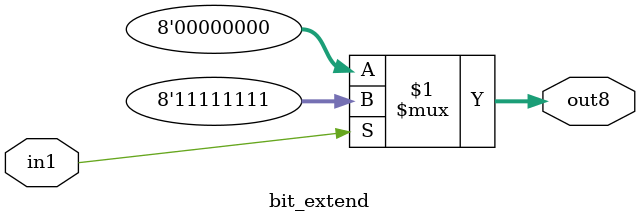
<source format=sv>
module bit_extend (
	input logic in1,
	output logic [7:0] out8
);

assign out8 = in1 ? 8'b1111_1111 : 8'b0;

endmodule
</source>
